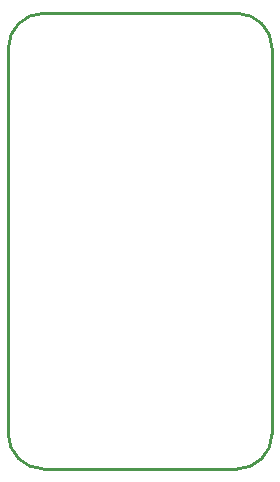
<source format=gbr>
%TF.GenerationSoftware,Altium Limited,Altium Designer,20.0.10 (225)*%
G04 Layer_Color=16711935*
%FSLAX26Y26*%
%MOIN*%
%TF.FileFunction,Other,Mechanical_1*%
%TF.Part,Single*%
G01*
G75*
%TA.AperFunction,NonConductor*%
%ADD23C,0.010000*%
D23*
X5360000Y4777165D02*
G03*
X5241890Y4895276I-118110J0D01*
G01*
X5241890Y3375984D02*
G03*
X5360000Y3494095I0J118110D01*
G01*
X4598110Y4895276D02*
G03*
X4480000Y4777165I0J-118110D01*
G01*
X4480000Y3494095D02*
G03*
X4598110Y3375984I118110J0D01*
G01*
X5241890D01*
X4598110Y4895276D02*
X5241890D01*
X5360000Y3494095D02*
X5360000Y4777165D01*
X4480000Y3494095D02*
X4480000Y4777165D01*
%TF.MD5,66e06eb59b1102da8b281c5502ba7ea8*%
M02*

</source>
